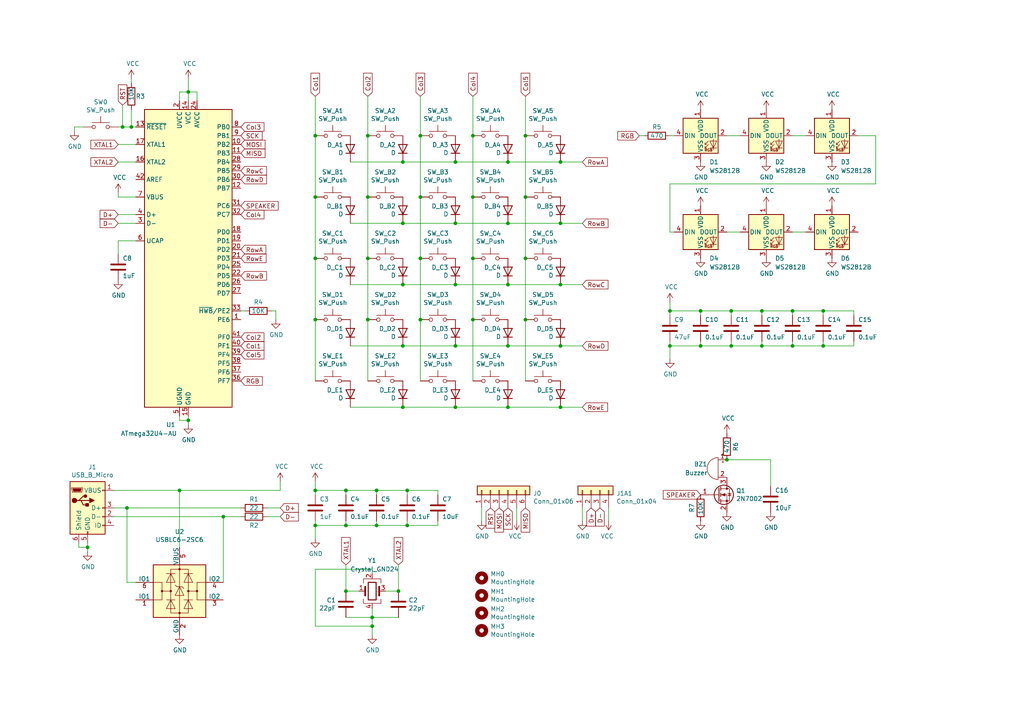
<source format=kicad_sch>
(kicad_sch (version 20230121) (generator eeschema)
  (paper "A4")
  (junction (at 132.08 118.11))
  (junction (at 147.32 64.77))
  (junction (at 162.56 100.33))
  (junction (at 220.98 90.17))
  (junction (at 162.56 46.99))
  (junction (at 54.61 121.92))
  (junction (at 91.44 152.4))
  (junction (at 35.56 36.83))
  (junction (at 162.56 64.77))
  (junction (at 152.4 57.15))
  (junction (at 220.98 100.33))
  (junction (at 229.87 90.17))
  (junction (at 91.44 39.37))
  (junction (at 106.68 74.93))
  (junction (at 132.08 46.99))
  (junction (at 194.31 90.17))
  (junction (at 64.77 149.86))
  (junction (at 52.07 142.24))
  (junction (at 137.16 39.37))
  (junction (at 210.82 133.35))
  (junction (at 152.4 74.93))
  (junction (at 106.68 39.37))
  (junction (at 132.08 82.55))
  (junction (at 162.56 118.11))
  (junction (at 54.61 26.67))
  (junction (at 116.84 64.77))
  (junction (at 109.22 142.24))
  (junction (at 91.44 92.71))
  (junction (at 118.11 152.4))
  (junction (at 137.16 92.71))
  (junction (at 152.4 39.37))
  (junction (at 36.83 147.32))
  (junction (at 100.33 142.24))
  (junction (at 100.33 152.4))
  (junction (at 229.87 100.33))
  (junction (at 147.32 118.11))
  (junction (at 132.08 64.77))
  (junction (at 238.76 100.33))
  (junction (at 107.95 179.07))
  (junction (at 212.09 90.17))
  (junction (at 91.44 74.93))
  (junction (at 121.92 57.15))
  (junction (at 162.56 82.55))
  (junction (at 116.84 82.55))
  (junction (at 147.32 46.99))
  (junction (at 121.92 92.71))
  (junction (at 116.84 118.11))
  (junction (at 116.84 46.99))
  (junction (at 147.32 82.55))
  (junction (at 91.44 57.15))
  (junction (at 212.09 100.33))
  (junction (at 238.76 90.17))
  (junction (at 137.16 74.93))
  (junction (at 106.68 57.15))
  (junction (at 194.31 100.33))
  (junction (at 137.16 57.15))
  (junction (at 100.33 171.45))
  (junction (at 132.08 100.33))
  (junction (at 91.44 142.24))
  (junction (at 203.2 100.33))
  (junction (at 118.11 142.24))
  (junction (at 152.4 92.71))
  (junction (at 25.4 158.75))
  (junction (at 121.92 39.37))
  (junction (at 115.57 171.45))
  (junction (at 107.95 181.61))
  (junction (at 106.68 92.71))
  (junction (at 147.32 100.33))
  (junction (at 38.1 36.83))
  (junction (at 109.22 152.4))
  (junction (at 203.2 90.17))
  (junction (at 116.84 100.33))
  (junction (at 121.92 74.93))
  (wire (pts (xy 54.61 123.19) (xy 54.61 121.92)))
  (wire (pts (xy 101.6 64.77) (xy 116.84 64.77)))
  (wire (pts (xy 34.29 41.91) (xy 39.37 41.91)))
  (wire (pts (xy 147.32 46.99) (xy 162.56 46.99)))
  (wire (pts (xy 54.61 26.67) (xy 54.61 29.21)))
  (wire (pts (xy 69.85 90.17) (xy 71.12 90.17)))
  (wire (pts (xy 212.09 90.17) (xy 220.98 90.17)))
  (wire (pts (xy 52.07 29.21) (xy 52.07 26.67)))
  (wire (pts (xy 168.91 100.33) (xy 162.56 100.33)))
  (wire (pts (xy 100.33 143.51) (xy 100.33 142.24)))
  (wire (pts (xy 238.76 90.17) (xy 247.65 90.17)))
  (wire (pts (xy 115.57 179.07) (xy 107.95 179.07)))
  (wire (pts (xy 137.16 92.71) (xy 137.16 110.49)))
  (wire (pts (xy 212.09 91.44) (xy 212.09 90.17)))
  (wire (pts (xy 229.87 39.37) (xy 233.68 39.37)))
  (wire (pts (xy 104.14 171.45) (xy 100.33 171.45)))
  (wire (pts (xy 238.76 91.44) (xy 238.76 90.17)))
  (wire (pts (xy 186.69 39.37) (xy 185.42 39.37)))
  (wire (pts (xy 220.98 100.33) (xy 229.87 100.33)))
  (wire (pts (xy 33.02 149.86) (xy 64.77 149.86)))
  (wire (pts (xy 168.91 151.13) (xy 168.91 147.32)))
  (wire (pts (xy 152.4 39.37) (xy 152.4 57.15)))
  (wire (pts (xy 139.7 151.13) (xy 139.7 147.32)))
  (wire (pts (xy 52.07 120.65) (xy 52.07 121.92)))
  (wire (pts (xy 34.29 62.23) (xy 39.37 62.23)))
  (wire (pts (xy 91.44 143.51) (xy 91.44 142.24)))
  (wire (pts (xy 162.56 46.99) (xy 168.91 46.99)))
  (wire (pts (xy 162.56 118.11) (xy 147.32 118.11)))
  (wire (pts (xy 52.07 26.67) (xy 54.61 26.67)))
  (wire (pts (xy 152.4 92.71) (xy 152.4 110.49)))
  (wire (pts (xy 34.29 57.15) (xy 39.37 57.15)))
  (wire (pts (xy 121.92 92.71) (xy 121.92 110.49)))
  (wire (pts (xy 33.02 147.32) (xy 36.83 147.32)))
  (wire (pts (xy 34.29 55.88) (xy 34.29 57.15)))
  (wire (pts (xy 194.31 104.14) (xy 194.31 100.33)))
  (wire (pts (xy 109.22 142.24) (xy 118.11 142.24)))
  (wire (pts (xy 220.98 91.44) (xy 220.98 90.17)))
  (wire (pts (xy 203.2 99.06) (xy 203.2 100.33)))
  (wire (pts (xy 212.09 100.33) (xy 220.98 100.33)))
  (wire (pts (xy 116.84 100.33) (xy 101.6 100.33)))
  (wire (pts (xy 25.4 160.02) (xy 25.4 158.75)))
  (wire (pts (xy 77.47 147.32) (xy 81.28 147.32)))
  (wire (pts (xy 34.29 73.66) (xy 34.29 69.85)))
  (wire (pts (xy 203.2 90.17) (xy 212.09 90.17)))
  (wire (pts (xy 57.15 29.21) (xy 57.15 26.67)))
  (wire (pts (xy 203.2 100.33) (xy 212.09 100.33)))
  (wire (pts (xy 147.32 64.77) (xy 162.56 64.77)))
  (wire (pts (xy 116.84 118.11) (xy 101.6 118.11)))
  (wire (pts (xy 91.44 181.61) (xy 107.95 181.61)))
  (wire (pts (xy 109.22 152.4) (xy 118.11 152.4)))
  (wire (pts (xy 147.32 118.11) (xy 132.08 118.11)))
  (wire (pts (xy 162.56 100.33) (xy 147.32 100.33)))
  (wire (pts (xy 132.08 100.33) (xy 116.84 100.33)))
  (wire (pts (xy 91.44 152.4) (xy 100.33 152.4)))
  (wire (pts (xy 194.31 67.31) (xy 195.58 67.31)))
  (wire (pts (xy 220.98 99.06) (xy 220.98 100.33)))
  (wire (pts (xy 38.1 31.75) (xy 38.1 36.83)))
  (wire (pts (xy 132.08 46.99) (xy 147.32 46.99)))
  (wire (pts (xy 25.4 158.75) (xy 25.4 157.48)))
  (wire (pts (xy 121.92 39.37) (xy 121.92 57.15)))
  (wire (pts (xy 34.29 36.83) (xy 35.56 36.83)))
  (wire (pts (xy 91.44 156.21) (xy 91.44 152.4)))
  (wire (pts (xy 137.16 27.94) (xy 137.16 39.37)))
  (wire (pts (xy 80.01 90.17) (xy 80.01 92.71)))
  (wire (pts (xy 168.91 64.77) (xy 162.56 64.77)))
  (wire (pts (xy 137.16 74.93) (xy 137.16 92.71)))
  (wire (pts (xy 210.82 67.31) (xy 214.63 67.31)))
  (wire (pts (xy 36.83 168.91) (xy 39.37 168.91)))
  (wire (pts (xy 238.76 99.06) (xy 238.76 100.33)))
  (wire (pts (xy 52.07 142.24) (xy 52.07 158.75)))
  (wire (pts (xy 254 39.37) (xy 254 53.34)))
  (wire (pts (xy 34.29 69.85) (xy 39.37 69.85)))
  (wire (pts (xy 91.44 92.71) (xy 91.44 110.49)))
  (wire (pts (xy 121.92 27.94) (xy 121.92 39.37)))
  (wire (pts (xy 118.11 151.13) (xy 118.11 152.4)))
  (wire (pts (xy 152.4 57.15) (xy 152.4 74.93)))
  (wire (pts (xy 176.53 151.13) (xy 176.53 147.32)))
  (wire (pts (xy 81.28 142.24) (xy 81.28 139.7)))
  (wire (pts (xy 238.76 100.33) (xy 247.65 100.33)))
  (wire (pts (xy 107.95 181.61) (xy 107.95 184.15)))
  (wire (pts (xy 91.44 39.37) (xy 91.44 57.15)))
  (wire (pts (xy 127 143.51) (xy 127 142.24)))
  (wire (pts (xy 168.91 82.55) (xy 162.56 82.55)))
  (wire (pts (xy 194.31 87.63) (xy 194.31 90.17)))
  (wire (pts (xy 106.68 92.71) (xy 106.68 110.49)))
  (wire (pts (xy 34.29 46.99) (xy 39.37 46.99)))
  (wire (pts (xy 132.08 118.11) (xy 116.84 118.11)))
  (wire (pts (xy 137.16 57.15) (xy 137.16 74.93)))
  (wire (pts (xy 106.68 39.37) (xy 106.68 57.15)))
  (wire (pts (xy 101.6 82.55) (xy 116.84 82.55)))
  (wire (pts (xy 107.95 176.53) (xy 107.95 179.07)))
  (wire (pts (xy 229.87 91.44) (xy 229.87 90.17)))
  (wire (pts (xy 168.91 118.11) (xy 162.56 118.11)))
  (wire (pts (xy 194.31 39.37) (xy 195.58 39.37)))
  (wire (pts (xy 106.68 27.94) (xy 106.68 39.37)))
  (wire (pts (xy 91.44 74.93) (xy 91.44 92.71)))
  (wire (pts (xy 91.44 27.94) (xy 91.44 39.37)))
  (wire (pts (xy 101.6 46.99) (xy 116.84 46.99)))
  (wire (pts (xy 194.31 90.17) (xy 203.2 90.17)))
  (wire (pts (xy 54.61 121.92) (xy 54.61 120.65)))
  (wire (pts (xy 194.31 53.34) (xy 194.31 67.31)))
  (wire (pts (xy 229.87 90.17) (xy 238.76 90.17)))
  (wire (pts (xy 147.32 100.33) (xy 132.08 100.33)))
  (wire (pts (xy 100.33 152.4) (xy 109.22 152.4)))
  (wire (pts (xy 39.37 64.77) (xy 34.29 64.77)))
  (wire (pts (xy 118.11 152.4) (xy 127 152.4)))
  (wire (pts (xy 116.84 46.99) (xy 132.08 46.99)))
  (wire (pts (xy 118.11 142.24) (xy 127 142.24)))
  (wire (pts (xy 247.65 90.17) (xy 247.65 91.44)))
  (wire (pts (xy 203.2 91.44) (xy 203.2 90.17)))
  (wire (pts (xy 147.32 82.55) (xy 162.56 82.55)))
  (wire (pts (xy 91.44 165.1) (xy 91.44 181.61)))
  (wire (pts (xy 100.33 179.07) (xy 107.95 179.07)))
  (wire (pts (xy 22.86 158.75) (xy 25.4 158.75)))
  (wire (pts (xy 107.95 165.1) (xy 91.44 165.1)))
  (wire (pts (xy 38.1 22.86) (xy 38.1 24.13)))
  (wire (pts (xy 149.86 151.13) (xy 149.86 147.32)))
  (wire (pts (xy 109.22 143.51) (xy 109.22 142.24)))
  (wire (pts (xy 111.76 171.45) (xy 115.57 171.45)))
  (wire (pts (xy 35.56 30.48) (xy 35.56 36.83)))
  (wire (pts (xy 52.07 121.92) (xy 54.61 121.92)))
  (wire (pts (xy 118.11 143.51) (xy 118.11 142.24)))
  (wire (pts (xy 152.4 27.94) (xy 152.4 39.37)))
  (wire (pts (xy 109.22 151.13) (xy 109.22 152.4)))
  (wire (pts (xy 36.83 147.32) (xy 69.85 147.32)))
  (wire (pts (xy 248.92 39.37) (xy 254 39.37)))
  (wire (pts (xy 121.92 74.93) (xy 121.92 92.71)))
  (wire (pts (xy 38.1 36.83) (xy 39.37 36.83)))
  (wire (pts (xy 100.33 142.24) (xy 109.22 142.24)))
  (wire (pts (xy 57.15 26.67) (xy 54.61 26.67)))
  (wire (pts (xy 21.59 36.83) (xy 24.13 36.83)))
  (wire (pts (xy 210.82 39.37) (xy 214.63 39.37)))
  (wire (pts (xy 106.68 74.93) (xy 106.68 92.71)))
  (wire (pts (xy 64.77 149.86) (xy 64.77 168.91)))
  (wire (pts (xy 229.87 100.33) (xy 229.87 99.06)))
  (wire (pts (xy 132.08 82.55) (xy 147.32 82.55)))
  (wire (pts (xy 194.31 99.06) (xy 194.31 100.33)))
  (wire (pts (xy 107.95 179.07) (xy 107.95 181.61)))
  (wire (pts (xy 22.86 157.48) (xy 22.86 158.75)))
  (wire (pts (xy 21.59 38.1) (xy 21.59 36.83)))
  (wire (pts (xy 91.44 142.24) (xy 100.33 142.24)))
  (wire (pts (xy 91.44 151.13) (xy 91.44 152.4)))
  (wire (pts (xy 116.84 64.77) (xy 132.08 64.77)))
  (wire (pts (xy 106.68 57.15) (xy 106.68 74.93)))
  (wire (pts (xy 229.87 100.33) (xy 238.76 100.33)))
  (wire (pts (xy 254 53.34) (xy 194.31 53.34)))
  (wire (pts (xy 223.52 140.97) (xy 223.52 133.35)))
  (wire (pts (xy 78.74 90.17) (xy 80.01 90.17)))
  (wire (pts (xy 247.65 100.33) (xy 247.65 99.06)))
  (wire (pts (xy 229.87 67.31) (xy 233.68 67.31)))
  (wire (pts (xy 54.61 22.86) (xy 54.61 26.67)))
  (wire (pts (xy 64.77 149.86) (xy 69.85 149.86)))
  (wire (pts (xy 132.08 82.55) (xy 116.84 82.55)))
  (wire (pts (xy 194.31 100.33) (xy 203.2 100.33)))
  (wire (pts (xy 223.52 133.35) (xy 210.82 133.35)))
  (wire (pts (xy 77.47 149.86) (xy 81.28 149.86)))
  (wire (pts (xy 132.08 64.77) (xy 147.32 64.77)))
  (wire (pts (xy 107.95 166.37) (xy 107.95 165.1)))
  (wire (pts (xy 115.57 163.83) (xy 115.57 171.45)))
  (wire (pts (xy 127 152.4) (xy 127 151.13)))
  (wire (pts (xy 35.56 36.83) (xy 38.1 36.83)))
  (wire (pts (xy 36.83 147.32) (xy 36.83 168.91)))
  (wire (pts (xy 100.33 151.13) (xy 100.33 152.4)))
  (wire (pts (xy 194.31 91.44) (xy 194.31 90.17)))
  (wire (pts (xy 137.16 39.37) (xy 137.16 57.15)))
  (wire (pts (xy 91.44 57.15) (xy 91.44 74.93)))
  (wire (pts (xy 121.92 57.15) (xy 121.92 74.93)))
  (wire (pts (xy 152.4 74.93) (xy 152.4 92.71)))
  (wire (pts (xy 91.44 139.7) (xy 91.44 142.24)))
  (wire (pts (xy 212.09 99.06) (xy 212.09 100.33)))
  (wire (pts (xy 100.33 163.83) (xy 100.33 171.45)))
  (wire (pts (xy 52.07 142.24) (xy 81.28 142.24)))
  (wire (pts (xy 220.98 90.17) (xy 229.87 90.17)))
  (wire (pts (xy 33.02 142.24) (xy 52.07 142.24)))
  (global_label "XTAL1" (shape input) (at 100.33 163.83 90) (property "Intersheetrefs" "${INTERSHEET_REFS}" (effects hide)))
  (global_label "XTAL2" (shape input) (at 34.29 46.99 180) (property "Intersheetrefs" "${INTERSHEET_REFS}" (effects hide)))
  (global_label "D-" (shape input) (at 173.99 147.32 270) (property "Intersheetrefs" "${INTERSHEET_REFS}" (effects hide)))
  (global_label "SCK" (shape input) (at 69.85 39.37 0) (property "Intersheetrefs" "${INTERSHEET_REFS}" (effects hide)))
  (global_label "RowC" (shape input) (at 69.85 49.53 0) (property "Intersheetrefs" "${INTERSHEET_REFS}" (effects hide)))
  (global_label "Col5" (shape input) (at 69.85 102.87 0) (property "Intersheetrefs" "${INTERSHEET_REFS}" (effects hide)))
  (global_label "RGB" (shape input) (at 69.85 110.49 0) (property "Intersheetrefs" "${INTERSHEET_REFS}" (effects hide)))
  (global_label "XTAL1" (shape input) (at 34.29 41.91 180) (property "Intersheetrefs" "${INTERSHEET_REFS}" (effects hide)))
  (global_label "SPEAKER" (shape input) (at 69.85 59.69 0) (property "Intersheetrefs" "${INTERSHEET_REFS}" (effects hide)))
  (global_label "RowB" (shape input) (at 69.85 80.01 0) (property "Intersheetrefs" "${INTERSHEET_REFS}" (effects hide)))
  (global_label "D+" (shape input) (at 171.45 147.32 270) (property "Intersheetrefs" "${INTERSHEET_REFS}" (effects hide)))
  (global_label "RowD" (shape input) (at 168.91 100.33 0) (property "Intersheetrefs" "${INTERSHEET_REFS}" (effects hide)))
  (global_label "RowE" (shape input) (at 168.91 118.11 0) (property "Intersheetrefs" "${INTERSHEET_REFS}" (effects hide)))
  (global_label "D-" (shape input) (at 34.29 64.77 180) (property "Intersheetrefs" "${INTERSHEET_REFS}" (effects hide)))
  (global_label "Col2" (shape input) (at 106.68 27.94 90) (property "Intersheetrefs" "${INTERSHEET_REFS}" (effects hide)))
  (global_label "SCK" (shape input) (at 147.32 147.32 270) (property "Intersheetrefs" "${INTERSHEET_REFS}" (effects hide)))
  (global_label "Col4" (shape input) (at 137.16 27.94 90) (property "Intersheetrefs" "${INTERSHEET_REFS}" (effects hide)))
  (global_label "Col4" (shape input) (at 69.85 62.23 0) (property "Intersheetrefs" "${INTERSHEET_REFS}" (effects hide)))
  (global_label "RowC" (shape input) (at 168.91 82.55 0) (property "Intersheetrefs" "${INTERSHEET_REFS}" (effects hide)))
  (global_label "RST" (shape input) (at 35.56 30.48 90) (property "Intersheetrefs" "${INTERSHEET_REFS}" (effects hide)))
  (global_label "Col3" (shape input) (at 121.92 27.94 90) (property "Intersheetrefs" "${INTERSHEET_REFS}" (effects hide)))
  (global_label "MISO" (shape input) (at 69.85 44.45 0) (property "Intersheetrefs" "${INTERSHEET_REFS}" (effects hide)))
  (global_label "D+" (shape input) (at 81.28 147.32 0) (property "Intersheetrefs" "${INTERSHEET_REFS}" (effects hide)))
  (global_label "Col5" (shape input) (at 152.4 27.94 90) (property "Intersheetrefs" "${INTERSHEET_REFS}" (effects hide)))
  (global_label "RST" (shape input) (at 142.24 147.32 270) (property "Intersheetrefs" "${INTERSHEET_REFS}" (effects hide)))
  (global_label "MISO" (shape input) (at 152.4 147.32 270) (property "Intersheetrefs" "${INTERSHEET_REFS}" (effects hide)))
  (global_label "D-" (shape input) (at 81.28 149.86 0) (property "Intersheetrefs" "${INTERSHEET_REFS}" (effects hide)))
  (global_label "XTAL2" (shape input) (at 115.57 163.83 90) (property "Intersheetrefs" "${INTERSHEET_REFS}" (effects hide)))
  (global_label "RowB" (shape input) (at 168.91 64.77 0) (property "Intersheetrefs" "${INTERSHEET_REFS}" (effects hide)))
  (global_label "Col1" (shape input) (at 69.85 100.33 0) (property "Intersheetrefs" "${INTERSHEET_REFS}" (effects hide)))
  (global_label "MOSI" (shape input) (at 144.78 147.32 270) (property "Intersheetrefs" "${INTERSHEET_REFS}" (effects hide)))
  (global_label "RowA" (shape input) (at 168.91 46.99 0) (property "Intersheetrefs" "${INTERSHEET_REFS}" (effects hide)))
  (global_label "MOSI" (shape input) (at 69.85 41.91 0) (property "Intersheetrefs" "${INTERSHEET_REFS}" (effects hide)))
  (global_label "RowD" (shape input) (at 69.85 52.07 0) (property "Intersheetrefs" "${INTERSHEET_REFS}" (effects hide)))
  (global_label "RGB" (shape input) (at 185.42 39.37 180) (property "Intersheetrefs" "${INTERSHEET_REFS}" (effects hide)))
  (global_label "Col1" (shape input) (at 91.44 27.94 90) (property "Intersheetrefs" "${INTERSHEET_REFS}" (effects hide)))
  (global_label "Col2" (shape input) (at 69.85 97.79 0) (property "Intersheetrefs" "${INTERSHEET_REFS}" (effects hide)))
  (global_label "SPEAKER" (shape input) (at 203.2 143.51 180) (property "Intersheetrefs" "${INTERSHEET_REFS}" (effects hide)))
  (global_label "RowE" (shape input) (at 69.85 74.93 0) (property "Intersheetrefs" "${INTERSHEET_REFS}" (effects hide)))
  (global_label "D+" (shape input) (at 34.29 62.23 180) (property "Intersheetrefs" "${INTERSHEET_REFS}" (effects hide)))
  (global_label "RowA" (shape input) (at 69.85 72.39 0) (property "Intersheetrefs" "${INTERSHEET_REFS}" (effects hide)))
  (global_label "Col3" (shape input) (at 69.85 36.83 0) (property "Intersheetrefs" "${INTERSHEET_REFS}" (effects hide)))
  (symbol (lib_id "PrototypeNumpad-rescue:ATmega32U4-AU-MCU_Microchip_ATmega") (at 54.61 74.93 0) (unit 1)
    (property "Reference" "U1" (at 49.53 123.19 0))
    (property "Value" "ATmega32U4-AU" (at 43.18 125.73 0))
    (property "Footprint" "Package_QFP:TQFP-44_10x10mm_P0.8mm" (effects hide))
    (property "Datasheet" "http://ww1.microchip.com/downloads/en/DeviceDoc/Atmel-7766-8-bit-AVR-ATmega16U4-32U4_Datasheet.pdf" (effects hide))
  )
  (symbol (lib_id "Device:C") (at 100.33 175.26 0) (mirror x) (unit 1)
    (property "Reference" "C1" (at 97.4344 174.0916 0) (effects (justify right)))
    (property "Value" "22pF" (at 97.4344 176.403 0) (effects (justify right)))
    (property "Footprint" "Capacitor_SMD:C_1206_3216Metric_Pad1.42x1.75mm_HandSolder" (effects hide))
  )
  (symbol (lib_id "power:GND") (at 107.95 184.15 0) (unit 1)
    (property "Reference" "#PWR0101" (effects hide))
    (property "Value" "GND" (at 108.077 188.5442 0))
  )
  (symbol (lib_id "Device:C") (at 115.57 175.26 0) (unit 1)
    (property "Reference" "C2" (at 118.491 174.0916 0) (effects (justify left)))
    (property "Value" "22pF" (at 118.491 176.403 0) (effects (justify left)))
    (property "Footprint" "Capacitor_SMD:C_1206_3216Metric_Pad1.42x1.75mm_HandSolder" (effects hide))
  )
  (symbol (lib_id "power:VCC") (at 91.44 139.7 0) (unit 1)
    (property "Reference" "#PWR0102" (effects hide))
    (property "Value" "VCC" (at 91.8718 135.3058 0))
  )
  (symbol (lib_id "Device:C") (at 91.44 147.32 0) (unit 1)
    (property "Reference" "C3" (at 92.71 144.78 0) (effects (justify left)))
    (property "Value" "1uF" (at 92.71 149.86 0) (effects (justify left)))
    (property "Footprint" "Capacitor_SMD:C_1206_3216Metric_Pad1.42x1.75mm_HandSolder" (effects hide))
  )
  (symbol (lib_id "Device:C") (at 100.33 147.32 0) (unit 1)
    (property "Reference" "C4" (at 101.6 144.78 0) (effects (justify left)))
    (property "Value" "0.1uF" (at 101.6 149.86 0) (effects (justify left)))
    (property "Footprint" "Capacitor_SMD:C_1206_3216Metric_Pad1.42x1.75mm_HandSolder" (effects hide))
  )
  (symbol (lib_id "Device:C") (at 109.22 147.32 0) (unit 1)
    (property "Reference" "C5" (at 110.49 144.78 0) (effects (justify left)))
    (property "Value" "0.1uF" (at 110.49 149.86 0) (effects (justify left)))
    (property "Footprint" "Capacitor_SMD:C_1206_3216Metric_Pad1.42x1.75mm_HandSolder" (effects hide))
  )
  (symbol (lib_id "Device:C") (at 118.11 147.32 0) (unit 1)
    (property "Reference" "C6" (at 119.38 144.78 0) (effects (justify left)))
    (property "Value" "0.1uF" (at 119.38 149.86 0) (effects (justify left)))
    (property "Footprint" "Capacitor_SMD:C_1206_3216Metric_Pad1.42x1.75mm_HandSolder" (effects hide))
  )
  (symbol (lib_id "Device:C") (at 127 147.32 0) (unit 1)
    (property "Reference" "C7" (at 128.27 144.78 0) (effects (justify left)))
    (property "Value" "10uF" (at 128.27 149.86 0) (effects (justify left)))
    (property "Footprint" "Capacitor_SMD:C_1206_3216Metric_Pad1.42x1.75mm_HandSolder" (effects hide))
  )
  (symbol (lib_id "power:GND") (at 91.44 156.21 0) (unit 1)
    (property "Reference" "#PWR0103" (effects hide))
    (property "Value" "GND" (at 91.567 160.6042 0))
  )
  (symbol (lib_id "PrototypeNumpad-rescue:USBLC6-2SC6-Power_Protection") (at 52.07 171.45 0) (unit 1)
    (property "Reference" "U2" (at 52.07 154.2288 0))
    (property "Value" "USBLC6-2SC6" (at 52.07 156.5402 0))
    (property "Footprint" "Package_TO_SOT_SMD:SOT-23-6" (effects hide))
    (property "Datasheet" "http://www2.st.com/resource/en/datasheet/CD00050750.pdf" (effects hide))
  )
  (symbol (lib_id "Device:C") (at 34.29 77.47 0) (unit 1)
    (property "Reference" "C8" (at 35.56 74.93 0) (effects (justify left)))
    (property "Value" "1uF" (at 35.56 80.01 0) (effects (justify left)))
    (property "Footprint" "Capacitor_SMD:C_1206_3216Metric_Pad1.42x1.75mm_HandSolder" (effects hide))
  )
  (symbol (lib_id "PrototypeNumpad-rescue:USB_B_Micro-Connector") (at 25.4 147.32 0) (unit 1)
    (property "Reference" "J1" (at 26.797 135.4582 0))
    (property "Value" "USB_B_Micro" (at 26.797 137.7696 0))
    (property "Footprint" "Connector_USB:USB_Micro-B_Molex-105017-0001" (effects hide))
  )
  (symbol (lib_id "Device:R") (at 73.66 147.32 270) (unit 1)
    (property "Reference" "R1" (at 73.66 144.78 90))
    (property "Value" "22" (at 73.66 147.32 90))
    (property "Footprint" "Resistor_SMD:R_1206_3216Metric_Pad1.42x1.75mm_HandSolder" (effects hide))
  )
  (symbol (lib_id "Device:R") (at 73.66 149.86 270) (unit 1)
    (property "Reference" "R2" (at 73.66 152.4 90))
    (property "Value" "22" (at 73.66 149.86 90))
    (property "Footprint" "Resistor_SMD:R_1206_3216Metric_Pad1.42x1.75mm_HandSolder" (effects hide))
  )
  (symbol (lib_id "power:GND") (at 25.4 160.02 0) (unit 1)
    (property "Reference" "#PWR0104" (effects hide))
    (property "Value" "GND" (at 25.527 164.4142 0))
  )
  (symbol (lib_id "power:GND") (at 52.07 184.15 0) (unit 1)
    (property "Reference" "#PWR0105" (effects hide))
    (property "Value" "GND" (at 52.197 188.5442 0))
  )
  (symbol (lib_id "power:VCC") (at 81.28 139.7 0) (unit 1)
    (property "Reference" "#PWR0106" (effects hide))
    (property "Value" "VCC" (at 81.7118 135.3058 0))
  )
  (symbol (lib_id "power:GND") (at 34.29 81.28 0) (unit 1)
    (property "Reference" "#PWR0107" (effects hide))
    (property "Value" "GND" (at 34.417 85.6742 0))
  )
  (symbol (lib_id "power:VCC") (at 34.29 55.88 0) (unit 1)
    (property "Reference" "#PWR0108" (effects hide))
    (property "Value" "VCC" (at 34.7218 51.4858 0))
  )
  (symbol (lib_id "power:VCC") (at 54.61 22.86 0) (unit 1)
    (property "Reference" "#PWR0109" (effects hide))
    (property "Value" "VCC" (at 55.0418 18.4658 0))
  )
  (symbol (lib_id "Switch:SW_Push") (at 29.21 36.83 0) (unit 1)
    (property "Reference" "SW0" (at 29.21 29.591 0))
    (property "Value" "SW_Push" (at 29.21 31.9024 0))
    (property "Footprint" "Button_Switch_SMD:SW_SPST_TL3342" (effects hide))
  )
  (symbol (lib_id "Device:R") (at 38.1 27.94 0) (unit 1)
    (property "Reference" "R3" (at 39.37 27.94 0) (effects (justify left)))
    (property "Value" "10K" (at 38.1 29.21 90) (effects (justify left)))
    (property "Footprint" "Resistor_SMD:R_1206_3216Metric_Pad1.42x1.75mm_HandSolder" (effects hide))
  )
  (symbol (lib_id "power:GND") (at 21.59 38.1 0) (unit 1)
    (property "Reference" "#PWR0111" (effects hide))
    (property "Value" "GND" (at 21.717 42.4942 0))
  )
  (symbol (lib_id "power:VCC") (at 38.1 22.86 0) (unit 1)
    (property "Reference" "#PWR0110" (effects hide))
    (property "Value" "VCC" (at 38.5318 18.4658 0))
  )
  (symbol (lib_id "power:GND") (at 80.01 92.71 0) (unit 1)
    (property "Reference" "#PWR0112" (effects hide))
    (property "Value" "GND" (at 80.137 97.1042 0))
  )
  (symbol (lib_id "Device:R") (at 74.93 90.17 270) (unit 1)
    (property "Reference" "R4" (at 74.93 87.63 90))
    (property "Value" "10K" (at 74.93 90.17 90))
    (property "Footprint" "Resistor_SMD:R_1206_3216Metric_Pad1.42x1.75mm_HandSolder" (effects hide))
  )
  (symbol (lib_id "Switch:SW_Push") (at 111.76 39.37 0) (unit 1)
    (property "Reference" "SW_A2" (at 111.76 32.131 0))
    (property "Value" "SW_Push" (at 111.76 34.4424 0))
    (property "Footprint" "Button_Switch_Keyboard:SW_Cherry_MX1A_1.00u_PCB" (effects hide))
  )
  (symbol (lib_id "Device:D") (at 116.84 43.18 270) (mirror x) (unit 1)
    (property "Reference" "D_A2" (at 114.8334 42.0116 90) (effects (justify right)))
    (property "Value" "D" (at 114.8334 44.323 90) (effects (justify right)))
    (property "Footprint" "Diode_SMD:D_SOD-123" (effects hide))
  )
  (symbol (lib_id "Switch:SW_Push") (at 127 39.37 0) (unit 1)
    (property "Reference" "SW_A3" (at 127 32.131 0))
    (property "Value" "SW_Push" (at 127 34.4424 0))
    (property "Footprint" "Button_Switch_Keyboard:SW_Cherry_MX1A_1.00u_PCB" (effects hide))
  )
  (symbol (lib_id "Device:D") (at 132.08 43.18 270) (mirror x) (unit 1)
    (property "Reference" "D_A3" (at 130.0734 42.0116 90) (effects (justify right)))
    (property "Value" "D" (at 130.0734 44.323 90) (effects (justify right)))
    (property "Footprint" "Diode_SMD:D_SOD-123" (effects hide))
  )
  (symbol (lib_id "Switch:SW_Push") (at 142.24 39.37 0) (unit 1)
    (property "Reference" "SW_A4" (at 142.24 32.131 0))
    (property "Value" "SW_Push" (at 142.24 34.4424 0))
    (property "Footprint" "Button_Switch_Keyboard:SW_Cherry_MX1A_1.00u_PCB" (effects hide))
  )
  (symbol (lib_id "Device:D") (at 147.32 43.18 270) (mirror x) (unit 1)
    (property "Reference" "D_A4" (at 145.3134 42.0116 90) (effects (justify right)))
    (property "Value" "D" (at 145.3134 44.323 90) (effects (justify right)))
    (property "Footprint" "Diode_SMD:D_SOD-123" (effects hide))
  )
  (symbol (lib_id "Switch:SW_Push") (at 157.48 39.37 0) (unit 1)
    (property "Reference" "SW_A5" (at 157.48 32.131 0))
    (property "Value" "SW_Push" (at 157.48 34.4424 0))
    (property "Footprint" "Button_Switch_Keyboard:SW_Cherry_MX1A_1.00u_PCB" (effects hide))
  )
  (symbol (lib_id "Device:D") (at 162.56 43.18 270) (mirror x) (unit 1)
    (property "Reference" "D_A5" (at 160.5534 42.0116 90) (effects (justify right)))
    (property "Value" "D" (at 160.5534 44.323 90) (effects (justify right)))
    (property "Footprint" "Diode_SMD:D_SOD-123" (effects hide))
  )
  (symbol (lib_id "Switch:SW_Push") (at 96.52 57.15 0) (unit 1)
    (property "Reference" "SW_B1" (at 96.52 49.911 0))
    (property "Value" "SW_Push" (at 96.52 52.2224 0))
    (property "Footprint" "Button_Switch_Keyboard:SW_Cherry_MX1A_1.00u_PCB" (effects hide))
  )
  (symbol (lib_id "Device:D") (at 101.6 60.96 270) (mirror x) (unit 1)
    (property "Reference" "D_B1" (at 99.5934 59.7916 90) (effects (justify right)))
    (property "Value" "D" (at 99.5934 62.103 90) (effects (justify right)))
    (property "Footprint" "Diode_SMD:D_SOD-123" (effects hide))
  )
  (symbol (lib_id "Switch:SW_Push") (at 111.76 57.15 0) (unit 1)
    (property "Reference" "SW_B2" (at 111.76 49.911 0))
    (property "Value" "SW_Push" (at 111.76 52.2224 0))
    (property "Footprint" "Button_Switch_Keyboard:SW_Cherry_MX1A_1.00u_PCB" (effects hide))
  )
  (symbol (lib_id "Device:D") (at 116.84 60.96 270) (mirror x) (unit 1)
    (property "Reference" "D_B2" (at 114.8334 59.7916 90) (effects (justify right)))
    (property "Value" "D" (at 114.8334 62.103 90) (effects (justify right)))
    (property "Footprint" "Diode_SMD:D_SOD-123" (effects hide))
  )
  (symbol (lib_id "Switch:SW_Push") (at 127 57.15 0) (unit 1)
    (property "Reference" "SW_B3" (at 127 49.911 0))
    (property "Value" "SW_Push" (at 127 52.2224 0))
    (property "Footprint" "Button_Switch_Keyboard:SW_Cherry_MX1A_1.00u_PCB" (effects hide))
  )
  (symbol (lib_id "Device:D") (at 132.08 60.96 270) (mirror x) (unit 1)
    (property "Reference" "D_B3" (at 130.0734 59.7916 90) (effects (justify right)))
    (property "Value" "D" (at 130.0734 62.103 90) (effects (justify right)))
    (property "Footprint" "Diode_SMD:D_SOD-123" (effects hide))
  )
  (symbol (lib_id "Switch:SW_Push") (at 142.24 57.15 0) (unit 1)
    (property "Reference" "SW_B4" (at 142.24 49.911 0))
    (property "Value" "SW_Push" (at 142.24 52.2224 0))
    (property "Footprint" "Button_Switch_Keyboard:SW_Cherry_MX1A_1.00u_PCB" (effects hide))
  )
  (symbol (lib_id "Device:D") (at 147.32 60.96 270) (mirror x) (unit 1)
    (property "Reference" "D_B4" (at 145.3134 59.7916 90) (effects (justify right)))
    (property "Value" "D" (at 145.3134 62.103 90) (effects (justify right)))
    (property "Footprint" "Diode_SMD:D_SOD-123" (effects hide))
  )
  (symbol (lib_id "Switch:SW_Push") (at 157.48 57.15 0) (unit 1)
    (property "Reference" "SW_B5" (at 157.48 49.911 0))
    (property "Value" "SW_Push" (at 157.48 52.2224 0))
    (property "Footprint" "Button_Switch_Keyboard:SW_Cherry_MX1A_1.00u_PCB" (effects hide))
  )
  (symbol (lib_id "Device:D") (at 162.56 60.96 270) (mirror x) (unit 1)
    (property "Reference" "D_B5" (at 160.5534 59.7916 90) (effects (justify right)))
    (property "Value" "D" (at 160.5534 62.103 90) (effects (justify right)))
    (property "Footprint" "Diode_SMD:D_SOD-123" (effects hide))
  )
  (symbol (lib_id "Switch:SW_Push") (at 96.52 74.93 0) (unit 1)
    (property "Reference" "SW_C1" (at 96.52 67.691 0))
    (property "Value" "SW_Push" (at 96.52 70.0024 0))
    (property "Footprint" "Button_Switch_Keyboard:SW_Cherry_MX1A_1.00u_PCB" (effects hide))
  )
  (symbol (lib_id "Device:D") (at 101.6 78.74 270) (mirror x) (unit 1)
    (property "Reference" "D_C1" (at 99.5934 77.5716 90) (effects (justify right)))
    (property "Value" "D" (at 99.5934 79.883 90) (effects (justify right)))
    (property "Footprint" "Diode_SMD:D_SOD-123" (effects hide))
  )
  (symbol (lib_id "Switch:SW_Push") (at 111.76 74.93 0) (unit 1)
    (property "Reference" "SW_C2" (at 111.76 67.691 0))
    (property "Value" "SW_Push" (at 111.76 70.0024 0))
    (property "Footprint" "Button_Switch_Keyboard:SW_Cherry_MX1A_1.00u_PCB" (effects hide))
  )
  (symbol (lib_id "Device:D") (at 116.84 78.74 270) (mirror x) (unit 1)
    (property "Reference" "D_C2" (at 114.8334 77.5716 90) (effects (justify right)))
    (property "Value" "D" (at 114.8334 79.883 90) (effects (justify right)))
    (property "Footprint" "Diode_SMD:D_SOD-123" (effects hide))
  )
  (symbol (lib_id "Switch:SW_Push") (at 127 74.93 0) (unit 1)
    (property "Reference" "SW_C3" (at 127 67.691 0))
    (property "Value" "SW_Push" (at 127 70.0024 0))
    (property "Footprint" "Button_Switch_Keyboard:SW_Cherry_MX1A_1.00u_PCB" (effects hide))
  )
  (symbol (lib_id "Device:D") (at 132.08 78.74 270) (mirror x) (unit 1)
    (property "Reference" "D_C3" (at 130.0734 77.5716 90) (effects (justify right)))
    (property "Value" "D" (at 130.0734 79.883 90) (effects (justify right)))
    (property "Footprint" "Diode_SMD:D_SOD-123" (effects hide))
  )
  (symbol (lib_id "Switch:SW_Push") (at 142.24 74.93 0) (unit 1)
    (property "Reference" "SW_C4" (at 142.24 67.691 0))
    (property "Value" "SW_Push" (at 142.24 70.0024 0))
    (property "Footprint" "Button_Switch_Keyboard:SW_Cherry_MX1A_1.00u_PCB" (effects hide))
  )
  (symbol (lib_id "Device:D") (at 147.32 78.74 270) (mirror x) (unit 1)
    (property "Reference" "D_C4" (at 145.3134 77.5716 90) (effects (justify right)))
    (property "Value" "D" (at 145.3134 79.883 90) (effects (justify right)))
    (property "Footprint" "Diode_SMD:D_SOD-123" (effects hide))
  )
  (symbol (lib_id "Switch:SW_Push") (at 157.48 74.93 0) (unit 1)
    (property "Reference" "SW_C5" (at 157.48 67.691 0))
    (property "Value" "SW_Push" (at 157.48 70.0024 0))
    (property "Footprint" "Button_Switch_Keyboard:SW_Cherry_MX1A_1.00u_PCB" (effects hide))
  )
  (symbol (lib_id "Device:D") (at 162.56 78.74 270) (mirror x) (unit 1)
    (property "Reference" "D_C5" (at 160.5534 77.5716 90) (effects (justify right)))
    (property "Value" "D" (at 160.5534 79.883 90) (effects (justify right)))
    (property "Footprint" "Diode_SMD:D_SOD-123" (effects hide))
  )
  (symbol (lib_id "Switch:SW_Push") (at 96.52 92.71 0) (unit 1)
    (property "Reference" "SW_D1" (at 96.52 85.471 0))
    (property "Value" "SW_Push" (at 96.52 87.7824 0))
    (property "Footprint" "Button_Switch_Keyboard:SW_Cherry_MX1A_1.00u_PCB" (effects hide))
  )
  (symbol (lib_id "Device:D") (at 101.6 96.52 270) (mirror x) (unit 1)
    (property "Reference" "D_D1" (at 99.5934 95.3516 90) (effects (justify right)))
    (property "Value" "D" (at 99.5934 97.663 90) (effects (justify right)))
    (property "Footprint" "Diode_SMD:D_SOD-123" (effects hide))
  )
  (symbol (lib_id "Switch:SW_Push") (at 111.76 92.71 0) (unit 1)
    (property "Reference" "SW_D2" (at 111.76 85.471 0))
    (property "Value" "SW_Push" (at 111.76 87.7824 0))
    (property "Footprint" "Button_Switch_Keyboard:SW_Cherry_MX1A_1.00u_PCB" (effects hide))
  )
  (symbol (lib_id "Device:D") (at 116.84 96.52 270) (mirror x) (unit 1)
    (property "Reference" "D_D2" (at 114.8334 95.3516 90) (effects (justify right)))
    (property "Value" "D" (at 114.8334 97.663 90) (effects (justify right)))
    (property "Footprint" "Diode_SMD:D_SOD-123" (effects hide))
  )
  (symbol (lib_id "Switch:SW_Push") (at 127 92.71 0) (unit 1)
    (property "Reference" "SW_D3" (at 127 85.471 0))
    (property "Value" "SW_Push" (at 127 87.7824 0))
    (property "Footprint" "Button_Switch_Keyboard:SW_Cherry_MX1A_1.00u_PCB" (effects hide))
  )
  (symbol (lib_id "Device:D") (at 132.08 96.52 270) (mirror x) (unit 1)
    (property "Reference" "D_D3" (at 130.0734 95.3516 90) (effects (justify right)))
    (property "Value" "D" (at 130.0734 97.663 90) (effects (justify right)))
    (property "Footprint" "Diode_SMD:D_SOD-123" (effects hide))
  )
  (symbol (lib_id "Switch:SW_Push") (at 142.24 92.71 0) (unit 1)
    (property "Reference" "SW_D4" (at 142.24 85.471 0))
    (property "Value" "SW_Push" (at 142.24 87.7824 0))
    (property "Footprint" "Button_Switch_Keyboard:SW_Cherry_MX1A_1.00u_PCB" (effects hide))
  )
  (symbol (lib_id "Device:D") (at 147.32 96.52 270) (mirror x) (unit 1)
    (property "Reference" "D_D4" (at 145.3134 95.3516 90) (effects (justify right)))
    (property "Value" "D" (at 145.3134 97.663 90) (effects (justify right)))
    (property "Footprint" "Diode_SMD:D_SOD-123" (effects hide))
  )
  (symbol (lib_id "Switch:SW_Push") (at 157.48 92.71 0) (unit 1)
    (property "Reference" "SW_D5" (at 157.48 85.471 0))
    (property "Value" "SW_Push" (at 157.48 87.7824 0))
    (property "Footprint" "Button_Switch_Keyboard:SW_Cherry_MX1A_1.00u_PCB" (effects hide))
  )
  (symbol (lib_id "Device:D") (at 162.56 96.52 270) (mirror x) (unit 1)
    (property "Reference" "D_D5" (at 160.5534 95.3516 90) (effects (justify right)))
    (property "Value" "D" (at 160.5534 97.663 90) (effects (justify right)))
    (property "Footprint" "Diode_SMD:D_SOD-123" (effects hide))
  )
  (symbol (lib_id "Switch:SW_Push") (at 96.52 110.49 0) (unit 1)
    (property "Reference" "SW_E1" (at 96.52 103.251 0))
    (property "Value" "SW_Push" (at 96.52 105.5624 0))
    (property "Footprint" "Button_Switch_Keyboard:SW_Cherry_MX1A_1.00u_PCB" (effects hide))
  )
  (symbol (lib_id "Device:D") (at 101.6 114.3 270) (mirror x) (unit 1)
    (property "Reference" "D_E1" (at 99.5934 113.1316 90) (effects (justify right)))
    (property "Value" "D" (at 99.5934 115.443 90) (effects (justify right)))
    (property "Footprint" "Diode_SMD:D_SOD-123" (effects hide))
  )
  (symbol (lib_id "Switch:SW_Push") (at 111.76 110.49 0) (unit 1)
    (property "Reference" "SW_E2" (at 111.76 103.251 0))
    (property "Value" "SW_Push" (at 111.76 105.5624 0))
    (property "Footprint" "Button_Switch_Keyboard:SW_Cherry_MX1A_1.00u_PCB" (effects hide))
  )
  (symbol (lib_id "Device:D") (at 116.84 114.3 270) (mirror x) (unit 1)
    (property "Reference" "D_E2" (at 114.8334 113.1316 90) (effects (justify right)))
    (property "Value" "D" (at 114.8334 115.443 90) (effects (justify right)))
    (property "Footprint" "Diode_SMD:D_SOD-123" (effects hide))
  )
  (symbol (lib_id "Switch:SW_Push") (at 127 110.49 0) (unit 1)
    (property "Reference" "SW_E3" (at 127 103.251 0))
    (property "Value" "SW_Push" (at 127 105.5624 0))
    (property "Footprint" "Button_Switch_Keyboard:SW_Cherry_MX1A_1.00u_PCB" (effects hide))
  )
  (symbol (lib_id "Device:D") (at 132.08 114.3 270) (mirror x) (unit 1)
    (property "Reference" "D_E3" (at 130.0734 113.1316 90) (effects (justify right)))
    (property "Value" "D" (at 130.0734 115.443 90) (effects (justify right)))
    (property "Footprint" "Diode_SMD:D_SOD-123" (effects hide))
  )
  (symbol (lib_id "Switch:SW_Push") (at 142.24 110.49 0) (unit 1)
    (property "Reference" "SW_E4" (at 142.24 103.251 0))
    (property "Value" "SW_Push" (at 142.24 105.5624 0))
    (property "Footprint" "Button_Switch_Keyboard:SW_Cherry_MX1A_1.00u_PCB" (effects hide))
  )
  (symbol (lib_id "Device:D") (at 147.32 114.3 270) (mirror x) (unit 1)
    (property "Reference" "D_E4" (at 145.3134 113.1316 90) (effects (justify right)))
    (property "Value" "D" (at 145.3134 115.443 90) (effects (justify right)))
    (property "Footprint" "Diode_SMD:D_SOD-123" (effects hide))
  )
  (symbol (lib_id "Switch:SW_Push") (at 157.48 110.49 0) (unit 1)
    (property "Reference" "SW_E5" (at 157.48 103.251 0))
    (property "Value" "SW_Push" (at 157.48 105.5624 0))
    (property "Footprint" "Button_Switch_Keyboard:SW_Cherry_MX1A_1.00u_PCB" (effects hide))
  )
  (symbol (lib_id "Device:D") (at 162.56 114.3 270) (mirror x) (unit 1)
    (property "Reference" "D_E5" (at 160.5534 113.1316 90) (effects (justify right)))
    (property "Value" "D" (at 160.5534 115.443 90) (effects (justify right)))
    (property "Footprint" "Diode_SMD:D_SOD-123" (effects hide))
  )
  (symbol (lib_id "power:GND") (at 54.61 123.19 0) (unit 1)
    (property "Reference" "#PWR0113" (effects hide))
    (property "Value" "GND" (at 54.737 127.5842 0))
  )
  (symbol (lib_id "Switch:SW_Push") (at 96.52 39.37 0) (unit 1)
    (property "Reference" "SW_A1" (at 96.52 32.131 0))
    (property "Value" "SW_Push" (at 96.52 34.4424 0))
    (property "Footprint" "Button_Switch_Keyboard:SW_Cherry_MX1A_1.00u_PCB" (effects hide))
  )
  (symbol (lib_id "Device:D") (at 101.6 43.18 270) (mirror x) (unit 1)
    (property "Reference" "D_A1" (at 99.5934 42.0116 90) (effects (justify right)))
    (property "Value" "D" (at 99.5934 44.323 90) (effects (justify right)))
    (property "Footprint" "Diode_SMD:D_SOD-123" (effects hide))
  )
  (symbol (lib_id "power:GND") (at 139.7 151.13 0) (unit 1)
    (property "Reference" "#PWR0114" (effects hide))
    (property "Value" "GND" (at 139.827 155.5242 0))
  )
  (symbol (lib_id "Device:Crystal_GND24") (at 107.95 171.45 0) (unit 1)
    (property "Reference" "Y1" (at 106.68 162.56 0) (effects (justify left)))
    (property "Value" "Crystal_GND24" (at 101.6 165.1 0) (effects (justify left)))
    (property "Footprint" "Crystal:Crystal_SMD_SeikoEpson_FA238-4Pin_3.2x2.5mm_HandSoldering" (effects hide))
  )
  (symbol (lib_id "Connector_Generic:Conn_01x04") (at 171.45 142.24 90) (unit 1)
    (property "Reference" "J1A1" (at 178.7652 143.1036 90) (effects (justify right)))
    (property "Value" "Conn_01x04" (at 178.7652 145.415 90) (effects (justify right)))
    (property "Footprint" "Connector_PinHeader_2.54mm:PinHeader_1x04_P2.54mm_Vertical" (effects hide))
  )
  (symbol (lib_id "power:VCC") (at 176.53 151.13 180) (unit 1)
    (property "Reference" "#PWR0130" (effects hide))
    (property "Value" "VCC" (at 176.0982 155.5242 0))
  )
  (symbol (lib_id "power:GND") (at 168.91 151.13 0) (unit 1)
    (property "Reference" "#PWR0131" (effects hide))
    (property "Value" "GND" (at 169.037 155.5242 0))
  )
  (symbol (lib_id "power:VCC") (at 149.86 151.13 180) (unit 1)
    (property "Reference" "#PWR0115" (effects hide))
    (property "Value" "VCC" (at 149.4282 155.5242 0))
  )
  (symbol (lib_id "Connector_Generic:Conn_01x06") (at 144.78 142.24 90) (unit 1)
    (property "Reference" "J0" (at 154.6352 143.1036 90) (effects (justify right)))
    (property "Value" "Conn_01x06" (at 154.6352 145.415 90) (effects (justify right)))
    (property "Footprint" "Connector_PinHeader_2.54mm:PinHeader_1x06_P2.54mm_Vertical" (effects hide))
  )
  (symbol (lib_id "Mechanical:MountingHole") (at 139.7 167.64 0) (unit 1)
    (property "Reference" "MH0" (at 142.24 166.4716 0) (effects (justify left)))
    (property "Value" "MountingHole" (at 142.24 168.783 0) (effects (justify left)))
    (property "Footprint" "MountingHole:MountingHole_2.5mm_Pad" (effects hide))
  )
  (symbol (lib_id "Mechanical:MountingHole") (at 139.7 172.72 0) (unit 1)
    (property "Reference" "MH1" (at 142.24 171.5516 0) (effects (justify left)))
    (property "Value" "MountingHole" (at 142.24 173.863 0) (effects (justify left)))
    (property "Footprint" "MountingHole:MountingHole_2.5mm_Pad" (effects hide))
  )
  (symbol (lib_id "Mechanical:MountingHole") (at 139.7 177.8 0) (unit 1)
    (property "Reference" "MH2" (at 142.24 176.6316 0) (effects (justify left)))
    (property "Value" "MountingHole" (at 142.24 178.943 0) (effects (justify left)))
    (property "Footprint" "MountingHole:MountingHole_2.5mm_Pad" (effects hide))
  )
  (symbol (lib_id "Mechanical:MountingHole") (at 139.7 182.88 0) (unit 1)
    (property "Reference" "MH3" (at 142.24 181.7116 0) (effects (justify left)))
    (property "Value" "MountingHole" (at 142.24 184.023 0) (effects (justify left)))
    (property "Footprint" "MountingHole:MountingHole_2.5mm_Pad" (effects hide))
  )
  (symbol (lib_id "Transistor_FET:2N7002") (at 208.28 143.51 0) (unit 1)
    (property "Reference" "Q1" (at 213.487 142.3416 0) (effects (justify left)))
    (property "Value" "2N7002" (at 213.487 144.653 0) (effects (justify left)))
    (property "Footprint" "Package_TO_SOT_SMD:SOT-23_Handsoldering" (effects hide))
    (property "Datasheet" "https://www.fairchildsemi.com/datasheets/2N/2N7002.pdf" (effects hide))
  )
  (symbol (lib_id "Device:R") (at 203.2 147.32 0) (unit 1)
    (property "Reference" "R7" (at 200.66 147.32 90))
    (property "Value" "10K" (at 203.2 147.32 90))
    (property "Footprint" "Resistor_SMD:R_1206_3216Metric_Pad1.42x1.75mm_HandSolder" (effects hide))
  )
  (symbol (lib_id "power:GND") (at 203.2 151.13 0) (unit 1)
    (property "Reference" "#PWR0132" (effects hide))
    (property "Value" "GND" (at 203.327 155.5242 0))
  )
  (symbol (lib_id "power:GND") (at 210.82 148.59 0) (unit 1)
    (property "Reference" "#PWR0133" (effects hide))
    (property "Value" "GND" (at 210.947 152.9842 0))
  )
  (symbol (lib_id "Device:Buzzer") (at 208.28 135.89 0) (mirror y) (unit 1)
    (property "Reference" "BZ1" (at 203.2 134.62 0))
    (property "Value" "Buzzer" (at 201.93 137.16 0))
    (property "Footprint" "Fate_Parts:Buzzer_AST1109MLTRQ" (effects hide))
  )
  (symbol (lib_id "power:VCC") (at 210.82 125.73 0) (unit 1)
    (property "Reference" "#PWR0134" (effects hide))
    (property "Value" "VCC" (at 211.2518 121.3358 0))
  )
  (symbol (lib_id "Device:R") (at 210.82 129.54 180) (unit 1)
    (property "Reference" "R6" (at 213.36 129.54 90))
    (property "Value" "470" (at 210.82 129.54 90))
    (property "Footprint" "Resistor_SMD:R_1206_3216Metric_Pad1.42x1.75mm_HandSolder" (effects hide))
  )
  (symbol (lib_id "Device:C") (at 223.52 144.78 0) (unit 1)
    (property "Reference" "C16" (at 224.79 142.24 0) (effects (justify left)))
    (property "Value" "10uF" (at 224.79 147.32 0) (effects (justify left)))
    (property "Footprint" "Capacitor_SMD:C_1206_3216Metric_Pad1.42x1.75mm_HandSolder" (effects hide))
  )
  (symbol (lib_id "power:GND") (at 223.52 148.59 0) (unit 1)
    (property "Reference" "#PWR0135" (effects hide))
    (property "Value" "GND" (at 223.647 152.9842 0))
  )
  (symbol (lib_id "LED:WS2812B") (at 203.2 39.37 0) (unit 1)
    (property "Reference" "D1" (at 205.74 46.99 0) (effects (justify left)))
    (property "Value" "WS2812B" (at 205.74 49.53 0) (effects (justify left)))
    (property "Footprint" "LED_SMD:LED_WS2812B_PLCC4_5.0x5.0mm_P3.2mm" (effects hide))
    (property "Datasheet" "https://cdn-shop.adafruit.com/datasheets/WS2812B.pdf" (effects hide))
  )
  (symbol (lib_id "power:VCC") (at 203.2 31.75 0) (unit 1)
    (property "Reference" "#PWR0116" (effects hide))
    (property "Value" "VCC" (at 203.6318 27.3558 0))
  )
  (symbol (lib_id "power:GND") (at 203.2 46.99 0) (unit 1)
    (property "Reference" "#PWR0117" (effects hide))
    (property "Value" "GND" (at 203.327 51.3842 0))
  )
  (symbol (lib_id "LED:WS2812B") (at 222.25 39.37 0) (unit 1)
    (property "Reference" "D2" (at 224.79 46.99 0) (effects (justify left)))
    (property "Value" "WS2812B" (at 224.79 49.53 0) (effects (justify left)))
    (property "Footprint" "LED_SMD:LED_WS2812B_PLCC4_5.0x5.0mm_P3.2mm" (effects hide))
    (property "Datasheet" "https://cdn-shop.adafruit.com/datasheets/WS2812B.pdf" (effects hide))
  )
  (symbol (lib_id "power:VCC") (at 222.25 31.75 0) (unit 1)
    (property "Reference" "#PWR0118" (effects hide))
    (property "Value" "VCC" (at 222.6818 27.3558 0))
  )
  (symbol (lib_id "power:GND") (at 222.25 46.99 0) (unit 1)
    (property "Reference" "#PWR0119" (effects hide))
    (property "Value" "GND" (at 222.377 51.3842 0))
  )
  (symbol (lib_id "LED:WS2812B") (at 241.3 39.37 0) (unit 1)
    (property "Reference" "D3" (at 243.84 46.99 0) (effects (justify left)))
    (property "Value" "WS2812B" (at 243.84 49.53 0) (effects (justify left)))
    (property "Footprint" "LED_SMD:LED_WS2812B_PLCC4_5.0x5.0mm_P3.2mm" (effects hide))
    (property "Datasheet" "https://cdn-shop.adafruit.com/datasheets/WS2812B.pdf" (effects hide))
  )
  (symbol (lib_id "power:VCC") (at 241.3 31.75 0) (unit 1)
    (property "Reference" "#PWR0120" (effects hide))
    (property "Value" "VCC" (at 241.7318 27.3558 0))
  )
  (symbol (lib_id "power:GND") (at 241.3 46.99 0) (unit 1)
    (property "Reference" "#PWR0121" (effects hide))
    (property "Value" "GND" (at 241.427 51.3842 0))
  )
  (symbol (lib_id "LED:WS2812B") (at 203.2 67.31 0) (unit 1)
    (property "Reference" "D4" (at 205.74 74.93 0) (effects (justify left)))
    (property "Value" "WS2812B" (at 205.74 77.47 0) (effects (justify left)))
    (property "Footprint" "LED_SMD:LED_WS2812B_PLCC4_5.0x5.0mm_P3.2mm" (effects hide))
    (property "Datasheet" "https://cdn-shop.adafruit.com/datasheets/WS2812B.pdf" (effects hide))
  )
  (symbol (lib_id "power:VCC") (at 203.2 59.69 0) (unit 1)
    (property "Reference" "#PWR0122" (effects hide))
    (property "Value" "VCC" (at 203.6318 55.2958 0))
  )
  (symbol (lib_id "power:GND") (at 203.2 74.93 0) (unit 1)
    (property "Reference" "#PWR0123" (effects hide))
    (property "Value" "GND" (at 203.327 79.3242 0))
  )
  (symbol (lib_id "LED:WS2812B") (at 222.25 67.31 0) (unit 1)
    (property "Reference" "D5" (at 224.79 74.93 0) (effects (justify left)))
    (property "Value" "WS2812B" (at 224.79 77.47 0) (effects (justify left)))
    (property "Footprint" "LED_SMD:LED_WS2812B_PLCC4_5.0x5.0mm_P3.2mm" (effects hide))
    (property "Datasheet" "https://cdn-shop.adafruit.com/datasheets/WS2812B.pdf" (effects hide))
  )
  (symbol (lib_id "power:VCC") (at 222.25 59.69 0) (unit 1)
    (property "Reference" "#PWR0124" (effects hide))
    (property "Value" "VCC" (at 222.6818 55.2958 0))
  )
  (symbol (lib_id "power:GND") (at 222.25 74.93 0) (unit 1)
    (property "Reference" "#PWR0125" (effects hide))
    (property "Value" "GND" (at 222.377 79.3242 0))
  )
  (symbol (lib_id "LED:WS2812B") (at 241.3 67.31 0) (unit 1)
    (property "Reference" "D6" (at 243.84 74.93 0) (effects (justify left)))
    (property "Value" "WS2812B" (at 243.84 77.47 0) (effects (justify left)))
    (property "Footprint" "LED_SMD:LED_WS2812B_PLCC4_5.0x5.0mm_P3.2mm" (effects hide))
    (property "Datasheet" "https://cdn-shop.adafruit.com/datasheets/WS2812B.pdf" (effects hide))
  )
  (symbol (lib_id "power:VCC") (at 241.3 59.69 0) (unit 1)
    (property "Reference" "#PWR0126" (effects hide))
    (property "Value" "VCC" (at 241.7318 55.2958 0))
  )
  (symbol (lib_id "power:GND") (at 241.3 74.93 0) (unit 1)
    (property "Reference" "#PWR0127" (effects hide))
    (property "Value" "GND" (at 241.427 79.3242 0))
  )
  (symbol (lib_id "Device:R") (at 190.5 39.37 270) (unit 1)
    (property "Reference" "R5" (at 190.5 36.83 90))
    (property "Value" "470" (at 190.5 39.37 90))
    (property "Footprint" "Resistor_SMD:R_1206_3216Metric_Pad1.42x1.75mm_HandSolder" (effects hide))
  )
  (symbol (lib_id "power:VCC") (at 194.31 87.63 0) (unit 1)
    (property "Reference" "#PWR0128" (effects hide))
    (property "Value" "VCC" (at 194.7418 83.2358 0))
  )
  (symbol (lib_id "Device:C") (at 194.31 95.25 0) (unit 1)
    (property "Reference" "C9" (at 195.58 92.71 0) (effects (justify left)))
    (property "Value" "47uF" (at 195.58 97.79 0) (effects (justify left)))
    (property "Footprint" "Capacitor_SMD:C_0805_2012Metric_Pad1.15x1.40mm_HandSolder" (effects hide))
  )
  (symbol (lib_id "Device:C") (at 203.2 95.25 0) (unit 1)
    (property "Reference" "C10" (at 204.47 92.71 0) (effects (justify left)))
    (property "Value" "0.1uF" (at 204.47 97.79 0) (effects (justify left)))
    (property "Footprint" "Capacitor_SMD:C_1206_3216Metric_Pad1.42x1.75mm_HandSolder" (effects hide))
  )
  (symbol (lib_id "Device:C") (at 212.09 95.25 0) (unit 1)
    (property "Reference" "C11" (at 213.36 92.71 0) (effects (justify left)))
    (property "Value" "0.1uF" (at 213.36 97.79 0) (effects (justify left)))
    (property "Footprint" "Capacitor_SMD:C_1206_3216Metric_Pad1.42x1.75mm_HandSolder" (effects hide))
  )
  (symbol (lib_id "Device:C") (at 220.98 95.25 0) (unit 1)
    (property "Reference" "C12" (at 222.25 92.71 0) (effects (justify left)))
    (property "Value" "0.1uF" (at 222.25 97.79 0) (effects (justify left)))
    (property "Footprint" "Capacitor_SMD:C_1206_3216Metric_Pad1.42x1.75mm_HandSolder" (effects hide))
  )
  (symbol (lib_id "Device:C") (at 229.87 95.25 0) (unit 1)
    (property "Reference" "C13" (at 231.14 92.71 0) (effects (justify left)))
    (property "Value" "0.1uF" (at 231.14 97.79 0) (effects (justify left)))
    (property "Footprint" "Capacitor_SMD:C_1206_3216Metric_Pad1.42x1.75mm_HandSolder" (effects hide))
  )
  (symbol (lib_id "power:GND") (at 194.31 104.14 0) (unit 1)
    (property "Reference" "#PWR0129" (effects hide))
    (property "Value" "GND" (at 194.437 108.5342 0))
  )
  (symbol (lib_id "Device:C") (at 238.76 95.25 0) (unit 1)
    (property "Reference" "C14" (at 240.03 92.71 0) (effects (justify left)))
    (property "Value" "0.1uF" (at 240.03 97.79 0) (effects (justify left)))
    (property "Footprint" "Capacitor_SMD:C_1206_3216Metric_Pad1.42x1.75mm_HandSolder" (effects hide))
  )
  (symbol (lib_id "Device:C") (at 247.65 95.25 0) (unit 1)
    (property "Reference" "C15" (at 248.92 92.71 0) (effects (justify left)))
    (property "Value" "0.1uF" (at 248.92 97.79 0) (effects (justify left)))
    (property "Footprint" "Capacitor_SMD:C_1206_3216Metric_Pad1.42x1.75mm_HandSolder" (effects hide))
  )
)
</source>
